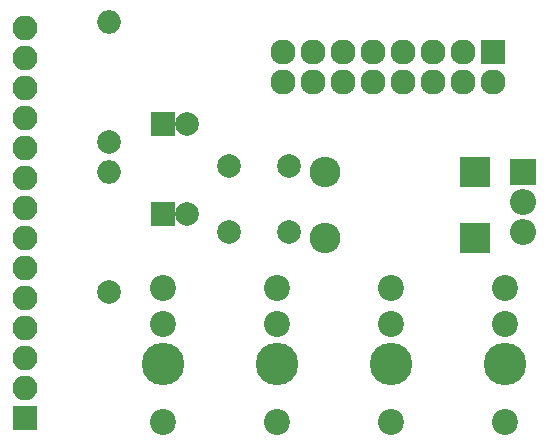
<source format=gbs>
%TF.GenerationSoftware,KiCad,Pcbnew,4.0.6*%
%TF.CreationDate,2017-08-26T10:37:18+02:00*%
%TF.ProjectId,EW Power Breakout,455720506F77657220427265616B6F75,1.0*%
%TF.FileFunction,Soldermask,Bot*%
%FSLAX46Y46*%
G04 Gerber Fmt 4.6, Leading zero omitted, Abs format (unit mm)*
G04 Created by KiCad (PCBNEW 4.0.6) date 2017 August 26, Saturday 10:37:18*
%MOMM*%
%LPD*%
G01*
G04 APERTURE LIST*
%ADD10C,0.100000*%
%ADD11R,2.127200X2.127200*%
%ADD12O,2.127200X2.127200*%
%ADD13C,2.200000*%
%ADD14C,3.600000*%
%ADD15R,2.000000X2.000000*%
%ADD16C,2.000000*%
%ADD17R,2.600000X2.600000*%
%ADD18O,2.600000X2.600000*%
%ADD19R,2.100000X2.100000*%
%ADD20O,2.100000X2.100000*%
%ADD21O,2.000000X2.000000*%
%ADD22R,2.200000X2.200000*%
%ADD23O,2.200000X2.200000*%
G04 APERTURE END LIST*
D10*
D11*
X196596000Y-111252000D03*
D12*
X196596000Y-113792000D03*
X194056000Y-111252000D03*
X194056000Y-113792000D03*
X191516000Y-111252000D03*
X191516000Y-113792000D03*
X188976000Y-111252000D03*
X188976000Y-113792000D03*
X186436000Y-111252000D03*
X186436000Y-113792000D03*
X183896000Y-111252000D03*
X183896000Y-113792000D03*
X181356000Y-111252000D03*
X181356000Y-113792000D03*
X178816000Y-111252000D03*
X178816000Y-113792000D03*
D13*
X168656000Y-134288000D03*
X168656000Y-131188000D03*
X168656000Y-142588000D03*
D14*
X168656000Y-137668000D03*
D15*
X168656000Y-124968000D03*
D16*
X170656000Y-124968000D03*
D15*
X168656000Y-117348000D03*
D16*
X170656000Y-117348000D03*
X174244000Y-120904000D03*
X179244000Y-120904000D03*
X174244000Y-126492000D03*
X179244000Y-126492000D03*
D17*
X195072000Y-121412000D03*
D18*
X182372000Y-121412000D03*
D17*
X195072000Y-127000000D03*
D18*
X182372000Y-127000000D03*
D19*
X156972000Y-142240000D03*
D20*
X156972000Y-139700000D03*
X156972000Y-137160000D03*
X156972000Y-134620000D03*
X156972000Y-132080000D03*
X156972000Y-129540000D03*
X156972000Y-127000000D03*
X156972000Y-124460000D03*
X156972000Y-121920000D03*
X156972000Y-119380000D03*
X156972000Y-116840000D03*
X156972000Y-114300000D03*
X156972000Y-111760000D03*
X156972000Y-109220000D03*
D16*
X164084000Y-118872000D03*
D21*
X164084000Y-108712000D03*
D16*
X164084000Y-131572000D03*
D21*
X164084000Y-121412000D03*
D22*
X199136000Y-121412000D03*
D23*
X199136000Y-123952000D03*
X199136000Y-126492000D03*
D13*
X178308000Y-134288000D03*
X178308000Y-131188000D03*
X178308000Y-142588000D03*
D14*
X178308000Y-137668000D03*
D13*
X187960000Y-134288000D03*
X187960000Y-131188000D03*
X187960000Y-142588000D03*
D14*
X187960000Y-137668000D03*
D13*
X197612000Y-134288000D03*
X197612000Y-131188000D03*
X197612000Y-142588000D03*
D14*
X197612000Y-137668000D03*
M02*

</source>
